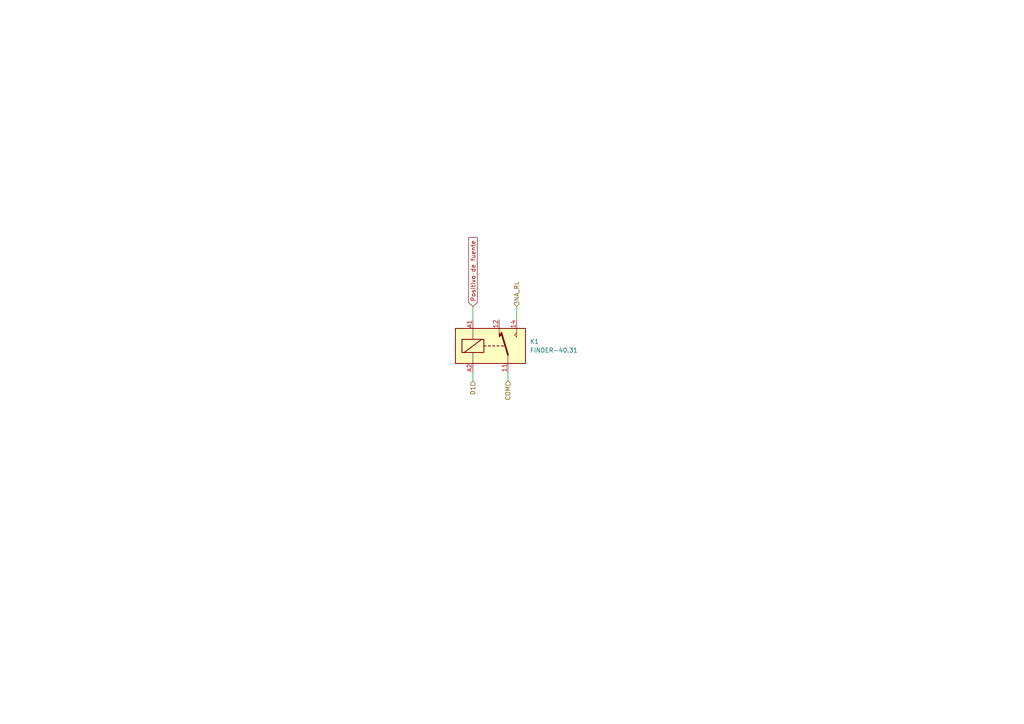
<source format=kicad_sch>
(kicad_sch (version 20230121) (generator eeschema)
  (paper "A4")
  (lib_symbols
    (symbol "Relay:FINDER-40.31"
      (property "Reference" "K" (at 11.43 3.81 0))
      (property "Value" "FINDER-40.31" (at 11.43 1.27 0))
      (symbol "FINDER-40.31_0_0"
        (polyline (pts (xy 7.62 5.08) (xy 7.62 2.54) (xy 6.985 3.175) (xy 7.62 3.81)))
      )
      (symbol "FINDER-40.31_0_1"
        (rectangle (start -10.16 5.08) (end 10.16 -5.08) (stroke (width 0.254)) (fill (type background)))
        (rectangle (start -8.255 1.905) (end -1.905 -1.905) (stroke (width 0.254)))
        (polyline (pts (xy -7.62 -1.905) (xy -2.54 1.905)) (stroke (width 0.254)))
        (polyline (pts (xy -5.08 -5.08) (xy -5.08 -1.905)))
        (polyline (pts (xy -5.08 5.08) (xy -5.08 1.905)))
        (polyline (pts (xy -1.905 0) (xy -1.27 0)) (stroke (width 0.254)))
        (polyline (pts (xy -0.635 0) (xy 0 0)) (stroke (width 0.254)))
        (polyline (pts (xy 0.635 0) (xy 1.27 0)) (stroke (width 0.254)))
        (polyline (pts (xy 1.905 0) (xy 2.54 0)) (stroke (width 0.254)))
        (polyline (pts (xy 3.175 0) (xy 3.81 0)) (stroke (width 0.254)))
        (polyline (pts (xy 5.08 -2.54) (xy 3.175 3.81)) (stroke (width 0.508)))
        (polyline (pts (xy 5.08 -2.54) (xy 5.08 -5.08)))
        (polyline (pts (xy 2.54 5.08) (xy 2.54 2.54) (xy 3.175 3.175) (xy 2.54 3.81)) (fill (type outline)))
      )
      (symbol "FINDER-40.31_1_1"
        (pin passive line (at 5.08 -7.62 90) (length 2.54) (name "~") (number "11"))
        (pin passive line (at 2.54 7.62 270) (length 2.54) (name "~") (number "12"))
        (pin passive line (at 7.62 7.62 270) (length 2.54) (name "~") (number "14"))
        (pin passive line (at -5.08 7.62 270) (length 2.54) (name "~") (number "A1"))
        (pin passive line (at -5.08 -7.62 90) (length 2.54) (name "~") (number "A2"))
      )
    )
  )
  (wire (pts (xy 149.86 92.71) (xy 149.86 88.9)))
  (wire (pts (xy 137.16 107.95) (xy 137.16 110.49)))
  (wire (pts (xy 137.16 88.9) (xy 137.16 92.71)))
  (wire (pts (xy 147.32 107.95) (xy 147.32 110.49)))
  (global_label "Positivo de fuente" (shape input) (at 137.16 88.9 90) (property "Intersheetrefs" "${INTERSHEET_REFS}" (effects hide)))
  (hierarchical_label "NA_RL" (shape input) (at 149.86 88.9 90))
  (hierarchical_label "D1" (shape input) (at 137.16 110.49 270))
  (hierarchical_label "COM" (shape input) (at 147.32 110.49 270))
  (symbol (lib_id "Relay:FINDER-40.31") (at 142.24 100.33 0) (unit 1)
    (property "Reference" "K1" (at 153.67 99.0599 0) (effects (justify left)))
    (property "Value" "FINDER-40.31" (at 153.67 101.5999 0) (effects (justify left)))
    (property "Footprint" "Relay_THT:Relay_SPDT_Finder_40.31" (effects hide))
    (property "Datasheet" "http://gfinder.findernet.com/assets/Series/353/S40EN.pdf" (effects hide))
  )
)
</source>
